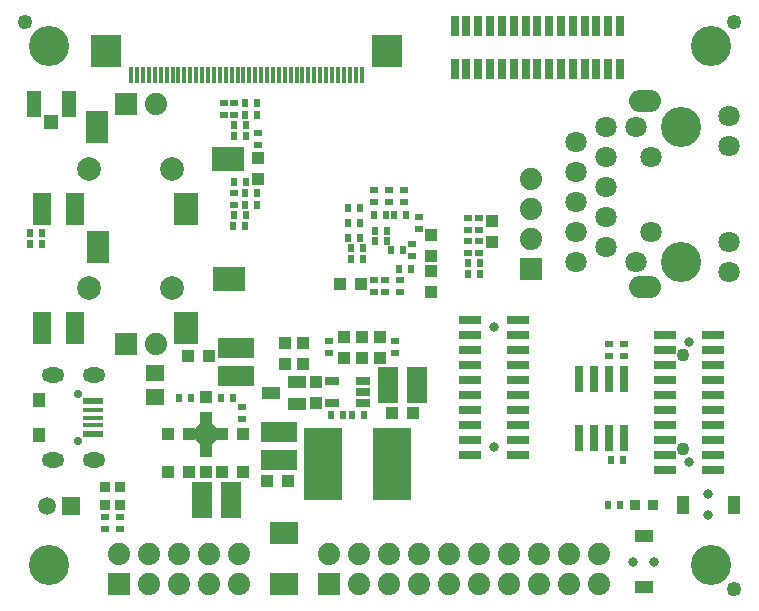
<source format=gbr>
%TF.GenerationSoftware,KiCad,Pcbnew,5.1.0-rc2-unknown-036be7d~80~ubuntu16.04.1*%
%TF.CreationDate,2019-11-29T15:46:33+02:00*%
%TF.ProjectId,S3-OLinuXino_Rev_A,53332d4f-4c69-46e7-9558-696e6f5f5265,F*%
%TF.SameCoordinates,Original*%
%TF.FileFunction,Soldermask,Top*%
%TF.FilePolarity,Negative*%
%FSLAX46Y46*%
G04 Gerber Fmt 4.6, Leading zero omitted, Abs format (unit mm)*
G04 Created by KiCad (PCBNEW 5.1.0-rc2-unknown-036be7d~80~ubuntu16.04.1) date 2019-11-29 15:46:33*
%MOMM*%
%LPD*%
G04 APERTURE LIST*
%ADD10R,1.625600X1.371600*%
%ADD11C,1.879600*%
%ADD12R,1.879600X1.879600*%
%ADD13R,1.901600X0.801600*%
%ADD14C,0.801600*%
%ADD15C,1.501600*%
%ADD16R,1.501600X1.501600*%
%ADD17C,3.401601*%
%ADD18R,1.601600X1.001600*%
%ADD19R,1.001600X1.601600*%
%ADD20R,2.501600X2.701600*%
%ADD21R,0.351600X1.401600*%
%ADD22C,1.801600*%
%ADD23C,3.401600*%
%ADD24O,2.701600X1.901600*%
%ADD25R,1.501600X2.701600*%
%ADD26R,2.101600X2.701600*%
%ADD27R,1.901600X2.701600*%
%ADD28R,2.701600X2.101600*%
%ADD29C,2.001600*%
%ADD30R,0.701600X1.751600*%
%ADD31C,1.101600*%
%ADD32R,1.151600X1.151600*%
%ADD33R,1.151600X2.301600*%
%ADD34R,1.751600X0.601600*%
%ADD35R,1.751600X0.426600*%
%ADD36C,0.701600*%
%ADD37R,1.101600X1.201600*%
%ADD38O,1.901600X1.301600*%
%ADD39R,2.387600X1.879600*%
%ADD40O,2.000000X2.000000*%
%ADD41R,0.701600X2.301600*%
%ADD42R,0.901600X0.901600*%
%ADD43C,1.254000*%
%ADD44R,1.701600X3.101600*%
%ADD45R,3.101600X1.701600*%
%ADD46R,0.601600X0.651600*%
%ADD47R,0.651600X0.601600*%
%ADD48R,1.117600X1.117600*%
%ADD49R,3.301600X6.101600*%
%ADD50R,1.301600X0.651600*%
%ADD51R,1.501600X1.101600*%
G04 APERTURE END LIST*
D10*
%TO.C,C25*%
X131953000Y-90678000D03*
X131953000Y-92710000D03*
%TD*%
D11*
%TO.C,UEXT1*%
X131445000Y-106045000D03*
X131445000Y-108585000D03*
X128905000Y-106045000D03*
D12*
X128905000Y-108585000D03*
D11*
X133985000Y-108585000D03*
X133985000Y-106045000D03*
X136525000Y-106045000D03*
X136525000Y-108585000D03*
X139065000Y-108585000D03*
X139065000Y-106045000D03*
%TD*%
D12*
%TO.C,PoE1*%
X129540000Y-88265000D03*
D11*
X132080000Y-88265000D03*
D12*
X129540000Y-67945000D03*
D11*
X132080000Y-67945000D03*
X163830000Y-76835000D03*
X163830000Y-79375000D03*
D12*
X163830000Y-81915000D03*
D11*
X163830000Y-74295000D03*
%TD*%
D13*
%TO.C,Flash1*%
X158623000Y-86182200D03*
X162687000Y-86182200D03*
X158623000Y-92532200D03*
X162687000Y-92532200D03*
X158623000Y-93802200D03*
X162687000Y-93802200D03*
X158623000Y-89992200D03*
X162687000Y-89992200D03*
X158623000Y-96342200D03*
X162687000Y-96342200D03*
X158623000Y-88722200D03*
X162687000Y-88722200D03*
X158623000Y-91262200D03*
X162687000Y-91262200D03*
D14*
X160655000Y-96977200D03*
X160655000Y-86817200D03*
D13*
X158623000Y-95072200D03*
X162687000Y-95072200D03*
X158623000Y-97612200D03*
X162687000Y-97612200D03*
X158623000Y-87452200D03*
X162687000Y-87452200D03*
D14*
X177165000Y-98247200D03*
X177165000Y-88087200D03*
D13*
X175133000Y-87452200D03*
X179197000Y-87452200D03*
X175133000Y-88722200D03*
X179197000Y-88722200D03*
X175133000Y-89992200D03*
X179197000Y-89992200D03*
X175133000Y-91262200D03*
X179197000Y-91262200D03*
X175133000Y-92532200D03*
X179197000Y-92532200D03*
X175133000Y-93802200D03*
X179197000Y-93802200D03*
X175133000Y-95072200D03*
X179197000Y-95072200D03*
X175133000Y-96342200D03*
X179197000Y-96342200D03*
X175133000Y-97612200D03*
X179197000Y-97612200D03*
X175133000Y-98882200D03*
X179197000Y-98882200D03*
%TD*%
D15*
%TO.C,LiPo_BAT1*%
X122824240Y-101963220D03*
D16*
X124853700Y-101960680D03*
%TD*%
D11*
%TO.C,EXT1*%
X169545000Y-106045000D03*
X169545000Y-108585000D03*
X167005000Y-106045000D03*
X167005000Y-108585000D03*
X164465000Y-106045000D03*
X164465000Y-108585000D03*
X161925000Y-106045000D03*
X161925000Y-108585000D03*
X159385000Y-106045000D03*
X159385000Y-108585000D03*
X149225000Y-106045000D03*
X149225000Y-108585000D03*
X146685000Y-106045000D03*
D12*
X146685000Y-108585000D03*
D11*
X151765000Y-108585000D03*
X151765000Y-106045000D03*
X154305000Y-106045000D03*
X154305000Y-108585000D03*
X156845000Y-108585000D03*
X156845000Y-106045000D03*
%TD*%
D17*
%TO.C,MH1*%
X179000000Y-107000000D03*
%TD*%
%TO.C,MH3*%
X179000000Y-63000000D03*
%TD*%
%TO.C,MH4*%
X123000000Y-107000000D03*
%TD*%
%TO.C,MH2*%
X123000000Y-63000000D03*
%TD*%
D18*
%TO.C,PWR1*%
X173355000Y-104503000D03*
X173355000Y-108857000D03*
D14*
X174255000Y-106680000D03*
X172455000Y-106680000D03*
%TD*%
D19*
%TO.C,RST1*%
X176639000Y-101854000D03*
X180993000Y-101854000D03*
D14*
X178816000Y-100954000D03*
X178816000Y-102754000D03*
%TD*%
D20*
%TO.C,LCD_CON1*%
X151600000Y-63415000D03*
X127800000Y-63415000D03*
D21*
X149450000Y-65515000D03*
X148950000Y-65515000D03*
X148450000Y-65515000D03*
X147950000Y-65515000D03*
X147450000Y-65515000D03*
X146950000Y-65515000D03*
X146450000Y-65515000D03*
X145950000Y-65515000D03*
X145450000Y-65515000D03*
X144950000Y-65515000D03*
X144450000Y-65515000D03*
X143950000Y-65515000D03*
X143450000Y-65515000D03*
X142950000Y-65515000D03*
X142450000Y-65515000D03*
X141950000Y-65515000D03*
X141450000Y-65515000D03*
X140950000Y-65515000D03*
X140450000Y-65515000D03*
X139950000Y-65515000D03*
X139450000Y-65515000D03*
X138950000Y-65515000D03*
X138450000Y-65515000D03*
X137950000Y-65515000D03*
X137450000Y-65515000D03*
X136950000Y-65515000D03*
X136450000Y-65515000D03*
X135950000Y-65515000D03*
X135450000Y-65515000D03*
X134950000Y-65515000D03*
X134450000Y-65515000D03*
X133950000Y-65515000D03*
X133450000Y-65515000D03*
X132950000Y-65515000D03*
X132450000Y-65515000D03*
X131950000Y-65515000D03*
X131450000Y-65515000D03*
X130950000Y-65515000D03*
X130450000Y-65515000D03*
X129950000Y-65515000D03*
%TD*%
D22*
%TO.C,LAN1*%
X180590000Y-82195000D03*
X180590000Y-68935000D03*
X180590000Y-79655000D03*
X180590000Y-71475000D03*
D23*
X176530000Y-81280000D03*
X176530000Y-69850000D03*
D24*
X173480000Y-83440000D03*
X173480000Y-67690000D03*
D22*
X172700000Y-69850000D03*
X173990000Y-72390000D03*
X173990000Y-78740000D03*
X172700000Y-81280000D03*
X167640000Y-81280000D03*
X170180000Y-80010000D03*
X167640000Y-78740000D03*
X170180000Y-77470000D03*
X167640000Y-76200000D03*
X170180000Y-74930000D03*
X167640000Y-73660000D03*
X170180000Y-72390000D03*
X167640000Y-71120000D03*
X170180000Y-69850000D03*
%TD*%
D25*
%TO.C,HEADPHONES/LINEOUT1*%
X122413000Y-86910000D03*
D26*
X134613000Y-86910000D03*
D27*
X127113000Y-80010000D03*
D28*
X138213000Y-82710000D03*
D25*
X125213000Y-86910000D03*
D29*
X126413000Y-83510000D03*
X133413000Y-83510000D03*
%TD*%
D25*
%TO.C,MIC/LINEIN1*%
X122376000Y-76806000D03*
D26*
X134576000Y-76806000D03*
D27*
X127076000Y-69906000D03*
D28*
X138176000Y-72606000D03*
D25*
X125176000Y-76806000D03*
D29*
X126376000Y-73406000D03*
X133376000Y-73406000D03*
%TD*%
D30*
%TO.C,RPi_CAMERA1*%
X162338000Y-61294000D03*
X163338000Y-61294000D03*
X159338000Y-61294000D03*
X165338000Y-61294000D03*
X158338000Y-61294000D03*
X161338000Y-61294000D03*
X171338000Y-61294000D03*
X157338000Y-61294000D03*
X167338000Y-61294000D03*
X168338000Y-61294000D03*
X166338000Y-61294000D03*
X169338000Y-61294000D03*
X164338000Y-61294000D03*
X160338000Y-61294000D03*
X170338000Y-61294000D03*
X171338000Y-64944000D03*
X167338000Y-64944000D03*
X168338000Y-64944000D03*
X170338000Y-64944000D03*
X169338000Y-64944000D03*
X164338000Y-64944000D03*
X163338000Y-64944000D03*
X165338000Y-64944000D03*
X166338000Y-64944000D03*
X162338000Y-64944000D03*
X161338000Y-64944000D03*
X160338000Y-64944000D03*
X159338000Y-64944000D03*
X158338000Y-64944000D03*
X157338000Y-64944000D03*
%TD*%
D31*
%TO.C,MICRO_SD1*%
X176707800Y-97155000D03*
X176707800Y-89154000D03*
%TD*%
D32*
%TO.C,ANT1*%
X123190000Y-69445000D03*
D33*
X124690000Y-67945000D03*
X121690000Y-67945000D03*
%TD*%
D34*
%TO.C,USB-OTG1*%
X126721000Y-93100500D03*
D35*
X126721000Y-93838000D03*
X126721000Y-94488000D03*
X126721000Y-95138000D03*
D34*
X126721000Y-95875500D03*
D36*
X125471000Y-92488000D03*
X125471000Y-96488000D03*
D37*
X122171000Y-92988000D03*
X122171000Y-95988000D03*
D38*
X123321000Y-90888000D03*
X126791000Y-90888000D03*
X126791000Y-98088000D03*
X123321000Y-98088000D03*
%TD*%
D39*
%TO.C,D2*%
X142875000Y-104249000D03*
X142875000Y-108603000D03*
%TD*%
D40*
%TO.C,U4*%
X136271000Y-95885000D03*
%TD*%
D41*
%TO.C,U2*%
X167894000Y-91226000D03*
X169164000Y-91226000D03*
X170434000Y-91226000D03*
X171704000Y-91226000D03*
X171704000Y-96226000D03*
X170434000Y-96226000D03*
X169164000Y-96226000D03*
X167894000Y-96226000D03*
%TD*%
D42*
%TO.C,CHGLED1*%
X127762000Y-100330000D03*
X127762000Y-101854000D03*
%TD*%
%TO.C,PWRLED1*%
X129032000Y-100330000D03*
X129032000Y-101854000D03*
%TD*%
%TO.C,GPIO_LED1*%
X174117000Y-101854000D03*
X172593000Y-101854000D03*
%TD*%
D43*
%TO.C,FID1*%
X121000000Y-61000000D03*
%TD*%
%TO.C,FID3*%
X181000000Y-109000000D03*
%TD*%
%TO.C,FID2*%
X181000000Y-61000000D03*
%TD*%
D44*
%TO.C,L5*%
X135960000Y-101473000D03*
X138360000Y-101473000D03*
%TD*%
D45*
%TO.C,L4*%
X142430500Y-98101000D03*
X142430500Y-95701000D03*
%TD*%
%TO.C,L3*%
X138811000Y-88589000D03*
X138811000Y-90989000D03*
%TD*%
D44*
%TO.C,L7*%
X154108000Y-91694000D03*
X151708000Y-91694000D03*
%TD*%
D46*
%TO.C,C33*%
X152242000Y-77350000D03*
X153258000Y-77350000D03*
%TD*%
D47*
%TO.C,C18*%
X159384999Y-80518000D03*
X159384999Y-79502000D03*
%TD*%
%TO.C,C17*%
X159384999Y-77597000D03*
X159384999Y-78613000D03*
%TD*%
D46*
%TO.C,C38*%
X151917000Y-80275000D03*
X152933000Y-80275000D03*
%TD*%
%TO.C,C50*%
X152654000Y-81915000D03*
X153670000Y-81915000D03*
%TD*%
%TO.C,C88*%
X139573000Y-75438000D03*
X140589000Y-75438000D03*
%TD*%
%TO.C,C86*%
X140589000Y-68834000D03*
X139573000Y-68834000D03*
%TD*%
%TO.C,C87*%
X139700000Y-70612000D03*
X138684000Y-70612000D03*
%TD*%
D47*
%TO.C,C16*%
X152273000Y-89027000D03*
X152273000Y-88011000D03*
%TD*%
D46*
%TO.C,C91*%
X139573000Y-76454000D03*
X140589000Y-76454000D03*
%TD*%
%TO.C,C21*%
X137541000Y-92837000D03*
X138557000Y-92837000D03*
%TD*%
%TO.C,C90*%
X140589000Y-67818000D03*
X139573000Y-67818000D03*
%TD*%
%TO.C,C89*%
X138557000Y-78232000D03*
X139573000Y-78232000D03*
%TD*%
%TO.C,C85*%
X151633000Y-78650000D03*
X150617000Y-78650000D03*
%TD*%
D47*
%TO.C,C83*%
X150475000Y-75217000D03*
X150475000Y-76233000D03*
%TD*%
D46*
%TO.C,C1*%
X149606000Y-81026000D03*
X148590000Y-81026000D03*
%TD*%
D47*
%TO.C,C82*%
X151775000Y-75217000D03*
X151775000Y-76233000D03*
%TD*%
D46*
%TO.C,C3*%
X171604414Y-98072501D03*
X170588414Y-98072501D03*
%TD*%
D47*
%TO.C,C105*%
X153725000Y-80783000D03*
X153725000Y-79767000D03*
%TD*%
D46*
%TO.C,C76*%
X151633000Y-79502000D03*
X150617000Y-79502000D03*
%TD*%
%TO.C,C98*%
X138684000Y-77343000D03*
X139700000Y-77343000D03*
%TD*%
%TO.C,C75*%
X149358000Y-79300000D03*
X148342000Y-79300000D03*
%TD*%
%TO.C,C79*%
X149358000Y-78000000D03*
X148342000Y-78000000D03*
%TD*%
%TO.C,C78*%
X149358000Y-76700000D03*
X148342000Y-76700000D03*
%TD*%
D47*
%TO.C,C97*%
X137795000Y-67818000D03*
X137795000Y-68834000D03*
%TD*%
D46*
%TO.C,C84*%
X151536400Y-77350000D03*
X150520400Y-77350000D03*
%TD*%
D47*
%TO.C,C73*%
X152750000Y-83820000D03*
X152750000Y-82804000D03*
%TD*%
%TO.C,C22*%
X150475000Y-83820000D03*
X150475000Y-82804000D03*
%TD*%
D46*
%TO.C,C4*%
X148590000Y-80133000D03*
X149606000Y-80133000D03*
%TD*%
D47*
%TO.C,C93*%
X138684000Y-67818000D03*
X138684000Y-68834000D03*
%TD*%
%TO.C,C96*%
X138684000Y-75438000D03*
X138684000Y-76454000D03*
%TD*%
D48*
%TO.C,C55*%
X136271000Y-92710000D03*
X136271000Y-94488000D03*
%TD*%
%TO.C,C23*%
X149478999Y-89408000D03*
X149478999Y-87630000D03*
%TD*%
%TO.C,C24*%
X147954999Y-89408000D03*
X147954999Y-87630000D03*
%TD*%
%TO.C,C68*%
X152019000Y-94107000D03*
X153797000Y-94107000D03*
%TD*%
%TO.C,C28*%
X134874000Y-95885000D03*
X133096000Y-95885000D03*
%TD*%
%TO.C,C19*%
X134874000Y-99060000D03*
X133096000Y-99060000D03*
%TD*%
%TO.C,C77*%
X143002000Y-89916000D03*
X143002000Y-88138000D03*
%TD*%
%TO.C,C74*%
X144526000Y-89916000D03*
X144526000Y-88138000D03*
%TD*%
%TO.C,C48*%
X155321000Y-80835500D03*
X155321000Y-79057500D03*
%TD*%
%TO.C,C49*%
X155321000Y-82042000D03*
X155321000Y-83820000D03*
%TD*%
%TO.C,C92*%
X140716000Y-74295000D03*
X140716000Y-72517000D03*
%TD*%
%TO.C,C59*%
X145605500Y-93218000D03*
X145605500Y-91440000D03*
%TD*%
%TO.C,C14*%
X149414000Y-83200000D03*
X147636000Y-83200000D03*
%TD*%
%TO.C,C15*%
X151002999Y-89408000D03*
X151002999Y-87630000D03*
%TD*%
%TO.C,C81*%
X160528000Y-77851000D03*
X160528000Y-79629000D03*
%TD*%
%TO.C,C36*%
X139446000Y-99060000D03*
X137668000Y-99060000D03*
%TD*%
%TO.C,C40*%
X141478000Y-99821999D03*
X143256000Y-99821999D03*
%TD*%
%TO.C,C39*%
X136525000Y-89281000D03*
X134747000Y-89281000D03*
%TD*%
%TO.C,C41*%
X136271000Y-99060000D03*
X136271000Y-97282000D03*
%TD*%
%TO.C,C35*%
X139446000Y-95885000D03*
X137668000Y-95885000D03*
%TD*%
D47*
%TO.C,R4*%
X171704000Y-88265000D03*
X171704000Y-89281000D03*
%TD*%
%TO.C,R5*%
X170434000Y-88265000D03*
X170434000Y-89281000D03*
%TD*%
%TO.C,R27*%
X153075000Y-76233000D03*
X153075000Y-75217000D03*
%TD*%
%TO.C,R28*%
X154305000Y-77492000D03*
X154305000Y-78508000D03*
%TD*%
%TO.C,R15*%
X158495999Y-80518000D03*
X158495999Y-79502000D03*
%TD*%
%TO.C,R14*%
X158495999Y-77597000D03*
X158495999Y-78613000D03*
%TD*%
%TO.C,R31*%
X151450000Y-82804000D03*
X151450000Y-83820000D03*
%TD*%
D46*
%TO.C,R50*%
X159512000Y-81407000D03*
X158496000Y-81407000D03*
%TD*%
%TO.C,R49*%
X159512000Y-82296000D03*
X158496000Y-82296000D03*
%TD*%
%TO.C,R59*%
X139700000Y-69723000D03*
X138684000Y-69723000D03*
%TD*%
D47*
%TO.C,R57*%
X140716000Y-70358000D03*
X140716000Y-71374000D03*
%TD*%
D46*
%TO.C,R58*%
X138684000Y-74549000D03*
X139700000Y-74549000D03*
%TD*%
%TO.C,R64*%
X121412000Y-79756000D03*
X122428000Y-79756000D03*
%TD*%
%TO.C,R56*%
X121412000Y-78867000D03*
X122428000Y-78867000D03*
%TD*%
%TO.C,R6*%
X171323000Y-101854000D03*
X170307000Y-101854000D03*
%TD*%
D47*
%TO.C,R21*%
X129032000Y-102870000D03*
X129032000Y-103886000D03*
%TD*%
D46*
%TO.C,R42*%
X149669500Y-94234000D03*
X148653500Y-94234000D03*
%TD*%
%TO.C,R43*%
X146875500Y-94234000D03*
X147891500Y-94234000D03*
%TD*%
D47*
%TO.C,R16*%
X127762000Y-103885999D03*
X127762000Y-102869999D03*
%TD*%
D46*
%TO.C,R20*%
X135001000Y-92837000D03*
X133985000Y-92837000D03*
%TD*%
D47*
%TO.C,R19*%
X146684998Y-89027001D03*
X146684998Y-88011001D03*
%TD*%
%TO.C,R18*%
X139319000Y-94615000D03*
X139319000Y-93599000D03*
%TD*%
D49*
%TO.C,L6*%
X151998000Y-98425000D03*
X146198000Y-98425000D03*
%TD*%
D50*
%TO.C,U5*%
X149572500Y-93279000D03*
X149572500Y-92329000D03*
X149572500Y-91379000D03*
X146972500Y-93279000D03*
X146972500Y-91379000D03*
%TD*%
D51*
%TO.C,T1*%
X143982440Y-93342460D03*
X143982440Y-91440000D03*
X141772640Y-92395040D03*
%TD*%
M02*

</source>
